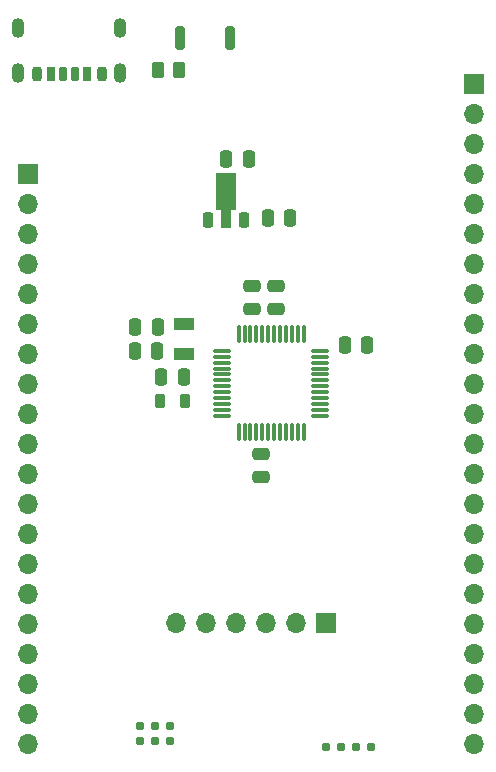
<source format=gbr>
%TF.GenerationSoftware,KiCad,Pcbnew,8.0.6*%
%TF.CreationDate,2025-01-09T22:28:07+01:00*%
%TF.ProjectId,samd21_breakout,73616d64-3231-45f6-9272-65616b6f7574,rev?*%
%TF.SameCoordinates,Original*%
%TF.FileFunction,Soldermask,Top*%
%TF.FilePolarity,Negative*%
%FSLAX46Y46*%
G04 Gerber Fmt 4.6, Leading zero omitted, Abs format (unit mm)*
G04 Created by KiCad (PCBNEW 8.0.6) date 2025-01-09 22:28:07*
%MOMM*%
%LPD*%
G01*
G04 APERTURE LIST*
G04 Aperture macros list*
%AMRoundRect*
0 Rectangle with rounded corners*
0 $1 Rounding radius*
0 $2 $3 $4 $5 $6 $7 $8 $9 X,Y pos of 4 corners*
0 Add a 4 corners polygon primitive as box body*
4,1,4,$2,$3,$4,$5,$6,$7,$8,$9,$2,$3,0*
0 Add four circle primitives for the rounded corners*
1,1,$1+$1,$2,$3*
1,1,$1+$1,$4,$5*
1,1,$1+$1,$6,$7*
1,1,$1+$1,$8,$9*
0 Add four rect primitives between the rounded corners*
20,1,$1+$1,$2,$3,$4,$5,0*
20,1,$1+$1,$4,$5,$6,$7,0*
20,1,$1+$1,$6,$7,$8,$9,0*
20,1,$1+$1,$8,$9,$2,$3,0*%
%AMFreePoly0*
4,1,9,3.862500,-0.866500,0.737500,-0.866500,0.737500,-0.450000,-0.737500,-0.450000,-0.737500,0.450000,0.737500,0.450000,0.737500,0.866500,3.862500,0.866500,3.862500,-0.866500,3.862500,-0.866500,$1*%
G04 Aperture macros list end*
%ADD10R,1.700000X1.700000*%
%ADD11O,1.700000X1.700000*%
%ADD12RoundRect,0.175000X0.175000X0.425000X-0.175000X0.425000X-0.175000X-0.425000X0.175000X-0.425000X0*%
%ADD13RoundRect,0.190000X-0.190000X-0.410000X0.190000X-0.410000X0.190000X0.410000X-0.190000X0.410000X0*%
%ADD14RoundRect,0.200000X-0.200000X-0.400000X0.200000X-0.400000X0.200000X0.400000X-0.200000X0.400000X0*%
%ADD15RoundRect,0.175000X-0.175000X-0.425000X0.175000X-0.425000X0.175000X0.425000X-0.175000X0.425000X0*%
%ADD16RoundRect,0.190000X0.190000X0.410000X-0.190000X0.410000X-0.190000X-0.410000X0.190000X-0.410000X0*%
%ADD17RoundRect,0.200000X0.200000X0.400000X-0.200000X0.400000X-0.200000X-0.400000X0.200000X-0.400000X0*%
%ADD18O,1.100000X1.700000*%
%ADD19RoundRect,0.200000X-0.200000X-0.800000X0.200000X-0.800000X0.200000X0.800000X-0.200000X0.800000X0*%
%ADD20R,1.800000X1.000000*%
%ADD21RoundRect,0.075000X-0.662500X-0.075000X0.662500X-0.075000X0.662500X0.075000X-0.662500X0.075000X0*%
%ADD22RoundRect,0.075000X-0.075000X-0.662500X0.075000X-0.662500X0.075000X0.662500X-0.075000X0.662500X0*%
%ADD23RoundRect,0.225000X0.225000X-0.425000X0.225000X0.425000X-0.225000X0.425000X-0.225000X-0.425000X0*%
%ADD24FreePoly0,90.000000*%
%ADD25RoundRect,0.250000X-0.262500X-0.450000X0.262500X-0.450000X0.262500X0.450000X-0.262500X0.450000X0*%
%ADD26C,0.787400*%
%ADD27RoundRect,0.250000X0.250000X0.475000X-0.250000X0.475000X-0.250000X-0.475000X0.250000X-0.475000X0*%
%ADD28RoundRect,0.250000X-0.475000X0.250000X-0.475000X-0.250000X0.475000X-0.250000X0.475000X0.250000X0*%
%ADD29RoundRect,0.250000X-0.250000X-0.475000X0.250000X-0.475000X0.250000X0.475000X-0.250000X0.475000X0*%
%ADD30RoundRect,0.250000X0.475000X-0.250000X0.475000X0.250000X-0.475000X0.250000X-0.475000X-0.250000X0*%
%ADD31RoundRect,0.218750X0.218750X0.381250X-0.218750X0.381250X-0.218750X-0.381250X0.218750X-0.381250X0*%
G04 APERTURE END LIST*
D10*
%TO.C,J6*%
X130700000Y-127500000D03*
D11*
X128160000Y-127500000D03*
X125620000Y-127500000D03*
X123080000Y-127500000D03*
X120540000Y-127500000D03*
X118000000Y-127500000D03*
%TD*%
D10*
%TO.C,J5*%
X143250000Y-81870000D03*
D11*
X143250000Y-84410000D03*
X143250000Y-86950000D03*
X143250000Y-89490000D03*
X143250000Y-92030000D03*
X143250000Y-94570000D03*
X143250000Y-97110000D03*
X143250000Y-99650000D03*
X143250000Y-102190000D03*
X143250000Y-104730000D03*
X143250000Y-107270000D03*
X143250000Y-109810000D03*
X143250000Y-112350000D03*
X143250000Y-114890000D03*
X143250000Y-117430000D03*
X143250000Y-119970000D03*
X143250000Y-122510000D03*
X143250000Y-125050000D03*
X143250000Y-127590000D03*
X143250000Y-130130000D03*
X143250000Y-132670000D03*
X143250000Y-135210000D03*
X143250000Y-137750000D03*
%TD*%
D10*
%TO.C,J4*%
X105500000Y-89490000D03*
D11*
X105500000Y-92030000D03*
X105500000Y-94570000D03*
X105500000Y-97110000D03*
X105500000Y-99650000D03*
X105500000Y-102190000D03*
X105500000Y-104730000D03*
X105500000Y-107270000D03*
X105500000Y-109810000D03*
X105500000Y-112350000D03*
X105500000Y-114890000D03*
X105500000Y-117430000D03*
X105500000Y-119970000D03*
X105500000Y-122510000D03*
X105500000Y-125050000D03*
X105500000Y-127590000D03*
X105500000Y-130130000D03*
X105500000Y-132670000D03*
X105500000Y-135210000D03*
X105500000Y-137750000D03*
%TD*%
D12*
%TO.C,J3*%
X109500000Y-81080000D03*
D13*
X107480000Y-81080000D03*
D14*
X106250000Y-81080000D03*
D15*
X108500000Y-81080000D03*
D16*
X110520000Y-81080000D03*
D17*
X111750000Y-81080000D03*
D18*
X113320000Y-81000000D03*
X113320000Y-77200000D03*
X104680000Y-81000000D03*
X104680000Y-77200000D03*
%TD*%
D19*
%TO.C,SW1*%
X118400000Y-78000000D03*
X122600000Y-78000000D03*
%TD*%
D20*
%TO.C,Y1*%
X118750000Y-102250000D03*
X118750000Y-104750000D03*
%TD*%
D21*
%TO.C,U2*%
X121925000Y-104500000D03*
X121925000Y-105000000D03*
X121925000Y-105500000D03*
X121925000Y-106000000D03*
X121925000Y-106500000D03*
X121925000Y-107000000D03*
X121925000Y-107500000D03*
X121925000Y-108000000D03*
X121925000Y-108500000D03*
X121925000Y-109000000D03*
X121925000Y-109500000D03*
X121925000Y-110000000D03*
D22*
X123337500Y-111412500D03*
X123837500Y-111412500D03*
X124337500Y-111412500D03*
X124837500Y-111412500D03*
X125337500Y-111412500D03*
X125837500Y-111412500D03*
X126337500Y-111412500D03*
X126837500Y-111412500D03*
X127337500Y-111412500D03*
X127837500Y-111412500D03*
X128337500Y-111412500D03*
X128837500Y-111412500D03*
D21*
X130250000Y-110000000D03*
X130250000Y-109500000D03*
X130250000Y-109000000D03*
X130250000Y-108500000D03*
X130250000Y-108000000D03*
X130250000Y-107500000D03*
X130250000Y-107000000D03*
X130250000Y-106500000D03*
X130250000Y-106000000D03*
X130250000Y-105500000D03*
X130250000Y-105000000D03*
X130250000Y-104500000D03*
D22*
X128837500Y-103087500D03*
X128337500Y-103087500D03*
X127837500Y-103087500D03*
X127337500Y-103087500D03*
X126837500Y-103087500D03*
X126337500Y-103087500D03*
X125837500Y-103087500D03*
X125337500Y-103087500D03*
X124837500Y-103087500D03*
X124337500Y-103087500D03*
X123837500Y-103087500D03*
X123337500Y-103087500D03*
%TD*%
D23*
%TO.C,U1*%
X120750000Y-93450000D03*
D24*
X122250000Y-93362500D03*
D23*
X123750000Y-93450000D03*
%TD*%
D25*
%TO.C,R1*%
X116487500Y-80750000D03*
X118312500Y-80750000D03*
%TD*%
D26*
%TO.C,J2*%
X114960000Y-137500000D03*
X114960000Y-136230000D03*
X116230000Y-137500000D03*
X116230000Y-136230000D03*
X117500000Y-137500000D03*
X117500000Y-136230000D03*
%TD*%
%TO.C,J1*%
X130750000Y-138000000D03*
X132020000Y-138000000D03*
X133290000Y-138000000D03*
X134560000Y-138000000D03*
%TD*%
D27*
%TO.C,C9*%
X116800000Y-106750000D03*
X118700000Y-106750000D03*
%TD*%
D28*
%TO.C,C8*%
X125250000Y-113250000D03*
X125250000Y-115150000D03*
%TD*%
D29*
%TO.C,C7*%
X132300000Y-104000000D03*
X134200000Y-104000000D03*
%TD*%
D28*
%TO.C,C6*%
X124500000Y-99050000D03*
X124500000Y-100950000D03*
%TD*%
D30*
%TO.C,C5*%
X126500000Y-100950000D03*
X126500000Y-99050000D03*
%TD*%
D29*
%TO.C,C4*%
X116450000Y-104500000D03*
X114550000Y-104500000D03*
%TD*%
%TO.C,C3*%
X114600000Y-102500000D03*
X116500000Y-102500000D03*
%TD*%
D27*
%TO.C,C2*%
X127700000Y-93250000D03*
X125800000Y-93250000D03*
%TD*%
D29*
%TO.C,C1*%
X122300000Y-88250000D03*
X124200000Y-88250000D03*
%TD*%
D31*
%TO.C,L1*%
X118812500Y-108750000D03*
X116687500Y-108750000D03*
%TD*%
M02*

</source>
